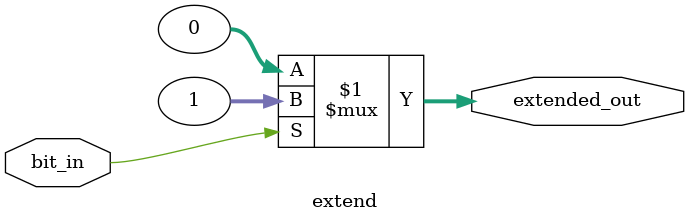
<source format=v>
`timescale 1ns / 1ps


module extend #(parameter WIDTH = 32)(
    input wire bit_in,
    output wire [WIDTH-1:0] extended_out
);

    assign extended_out = bit_in ? 32'b01 : 32'b00;

endmodule


</source>
